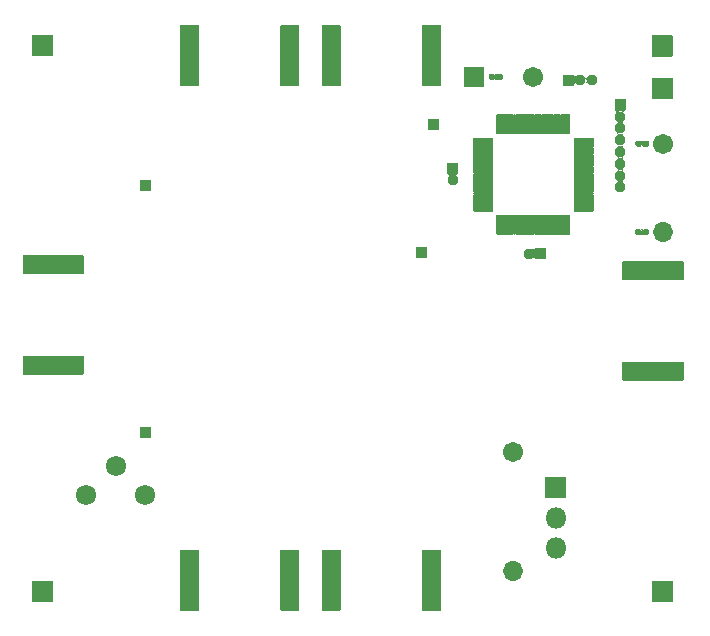
<source format=gbr>
G04 #@! TF.GenerationSoftware,KiCad,Pcbnew,(5.1.8)-1*
G04 #@! TF.CreationDate,2020-12-15T23:42:14+02:00*
G04 #@! TF.ProjectId,qam - demodulator,71616d20-2d20-4646-956d-6f64756c6174,rev?*
G04 #@! TF.SameCoordinates,Original*
G04 #@! TF.FileFunction,Soldermask,Bot*
G04 #@! TF.FilePolarity,Negative*
%FSLAX46Y46*%
G04 Gerber Fmt 4.6, Leading zero omitted, Abs format (unit mm)*
G04 Created by KiCad (PCBNEW (5.1.8)-1) date 2020-12-15 23:42:14*
%MOMM*%
%LPD*%
G01*
G04 APERTURE LIST*
%ADD10C,1.702000*%
%ADD11O,1.702000X1.702000*%
%ADD12C,1.722000*%
%ADD13O,0.952000X0.952000*%
%ADD14O,1.802000X1.802000*%
%ADD15C,0.100000*%
G04 APERTURE END LIST*
G36*
G01*
X179524000Y-115106000D02*
X179524000Y-114256000D01*
G75*
G02*
X179575000Y-114205000I51000J0D01*
G01*
X180425000Y-114205000D01*
G75*
G02*
X180476000Y-114256000I0J-51000D01*
G01*
X180476000Y-115106000D01*
G75*
G02*
X180425000Y-115157000I-51000J0D01*
G01*
X179575000Y-115157000D01*
G75*
G02*
X179524000Y-115106000I0J51000D01*
G01*
G37*
G36*
G01*
X203934000Y-89025000D02*
X203934000Y-88175000D01*
G75*
G02*
X203985000Y-88124000I51000J0D01*
G01*
X204835000Y-88124000D01*
G75*
G02*
X204886000Y-88175000I0J-51000D01*
G01*
X204886000Y-89025000D01*
G75*
G02*
X204835000Y-89076000I-51000J0D01*
G01*
X203985000Y-89076000D01*
G75*
G02*
X203934000Y-89025000I0J51000D01*
G01*
G37*
G36*
G01*
X170422000Y-128993000D02*
X170422000Y-127293000D01*
G75*
G02*
X170473000Y-127242000I51000J0D01*
G01*
X172173000Y-127242000D01*
G75*
G02*
X172224000Y-127293000I0J-51000D01*
G01*
X172224000Y-128993000D01*
G75*
G02*
X172173000Y-129044000I-51000J0D01*
G01*
X170473000Y-129044000D01*
G75*
G02*
X170422000Y-128993000I0J51000D01*
G01*
G37*
G36*
G01*
X170422000Y-82765000D02*
X170422000Y-81065000D01*
G75*
G02*
X170473000Y-81014000I51000J0D01*
G01*
X172173000Y-81014000D01*
G75*
G02*
X172224000Y-81065000I0J-51000D01*
G01*
X172224000Y-82765000D01*
G75*
G02*
X172173000Y-82816000I-51000J0D01*
G01*
X170473000Y-82816000D01*
G75*
G02*
X170422000Y-82765000I0J51000D01*
G01*
G37*
G36*
G01*
X222873000Y-128993000D02*
X222873000Y-127293000D01*
G75*
G02*
X222924000Y-127242000I51000J0D01*
G01*
X224624000Y-127242000D01*
G75*
G02*
X224675000Y-127293000I0J-51000D01*
G01*
X224675000Y-128993000D01*
G75*
G02*
X224624000Y-129044000I-51000J0D01*
G01*
X222924000Y-129044000D01*
G75*
G02*
X222873000Y-128993000I0J51000D01*
G01*
G37*
G36*
G01*
X207009000Y-85390000D02*
X207009000Y-83790000D01*
G75*
G02*
X207060000Y-83739000I51000J0D01*
G01*
X208660000Y-83739000D01*
G75*
G02*
X208711000Y-83790000I0J-51000D01*
G01*
X208711000Y-85390000D01*
G75*
G02*
X208660000Y-85441000I-51000J0D01*
G01*
X207060000Y-85441000D01*
G75*
G02*
X207009000Y-85390000I0J51000D01*
G01*
G37*
D10*
X212860000Y-84590000D03*
X211110000Y-116380000D03*
D11*
X211110000Y-126380000D03*
G36*
G01*
X225540000Y-110301000D02*
X220460000Y-110301000D01*
G75*
G02*
X220409000Y-110250000I0J51000D01*
G01*
X220409000Y-108750000D01*
G75*
G02*
X220460000Y-108699000I51000J0D01*
G01*
X225540000Y-108699000D01*
G75*
G02*
X225591000Y-108750000I0J-51000D01*
G01*
X225591000Y-110250000D01*
G75*
G02*
X225540000Y-110301000I-51000J0D01*
G01*
G37*
G36*
G01*
X225540000Y-101801000D02*
X220460000Y-101801000D01*
G75*
G02*
X220409000Y-101750000I0J51000D01*
G01*
X220409000Y-100250000D01*
G75*
G02*
X220460000Y-100199000I51000J0D01*
G01*
X225540000Y-100199000D01*
G75*
G02*
X225591000Y-100250000I0J-51000D01*
G01*
X225591000Y-101750000D01*
G75*
G02*
X225540000Y-101801000I-51000J0D01*
G01*
G37*
G36*
G01*
X222873000Y-82820000D02*
X222873000Y-81120000D01*
G75*
G02*
X222924000Y-81069000I51000J0D01*
G01*
X224624000Y-81069000D01*
G75*
G02*
X224675000Y-81120000I0J-51000D01*
G01*
X224675000Y-82820000D01*
G75*
G02*
X224624000Y-82871000I-51000J0D01*
G01*
X222924000Y-82871000D01*
G75*
G02*
X222873000Y-82820000I0J51000D01*
G01*
G37*
G36*
G01*
X222873000Y-86448000D02*
X222873000Y-84748000D01*
G75*
G02*
X222924000Y-84697000I51000J0D01*
G01*
X224624000Y-84697000D01*
G75*
G02*
X224675000Y-84748000I0J-51000D01*
G01*
X224675000Y-86448000D01*
G75*
G02*
X224624000Y-86499000I-51000J0D01*
G01*
X222924000Y-86499000D01*
G75*
G02*
X222873000Y-86448000I0J51000D01*
G01*
G37*
D12*
X180000000Y-120000000D03*
X177500000Y-117500000D03*
X175000000Y-120000000D03*
G36*
G01*
X217971000Y-89785000D02*
X217971000Y-90335000D01*
G75*
G02*
X217920000Y-90386000I-51000J0D01*
G01*
X216320000Y-90386000D01*
G75*
G02*
X216269000Y-90335000I0J51000D01*
G01*
X216269000Y-89785000D01*
G75*
G02*
X216320000Y-89734000I51000J0D01*
G01*
X217920000Y-89734000D01*
G75*
G02*
X217971000Y-89785000I0J-51000D01*
G01*
G37*
G36*
G01*
X217971000Y-90585000D02*
X217971000Y-91135000D01*
G75*
G02*
X217920000Y-91186000I-51000J0D01*
G01*
X216320000Y-91186000D01*
G75*
G02*
X216269000Y-91135000I0J51000D01*
G01*
X216269000Y-90585000D01*
G75*
G02*
X216320000Y-90534000I51000J0D01*
G01*
X217920000Y-90534000D01*
G75*
G02*
X217971000Y-90585000I0J-51000D01*
G01*
G37*
G36*
G01*
X217971000Y-91385000D02*
X217971000Y-91935000D01*
G75*
G02*
X217920000Y-91986000I-51000J0D01*
G01*
X216320000Y-91986000D01*
G75*
G02*
X216269000Y-91935000I0J51000D01*
G01*
X216269000Y-91385000D01*
G75*
G02*
X216320000Y-91334000I51000J0D01*
G01*
X217920000Y-91334000D01*
G75*
G02*
X217971000Y-91385000I0J-51000D01*
G01*
G37*
G36*
G01*
X217971000Y-92185000D02*
X217971000Y-92735000D01*
G75*
G02*
X217920000Y-92786000I-51000J0D01*
G01*
X216320000Y-92786000D01*
G75*
G02*
X216269000Y-92735000I0J51000D01*
G01*
X216269000Y-92185000D01*
G75*
G02*
X216320000Y-92134000I51000J0D01*
G01*
X217920000Y-92134000D01*
G75*
G02*
X217971000Y-92185000I0J-51000D01*
G01*
G37*
G36*
G01*
X217971000Y-92985000D02*
X217971000Y-93535000D01*
G75*
G02*
X217920000Y-93586000I-51000J0D01*
G01*
X216320000Y-93586000D01*
G75*
G02*
X216269000Y-93535000I0J51000D01*
G01*
X216269000Y-92985000D01*
G75*
G02*
X216320000Y-92934000I51000J0D01*
G01*
X217920000Y-92934000D01*
G75*
G02*
X217971000Y-92985000I0J-51000D01*
G01*
G37*
G36*
G01*
X217971000Y-93785000D02*
X217971000Y-94335000D01*
G75*
G02*
X217920000Y-94386000I-51000J0D01*
G01*
X216320000Y-94386000D01*
G75*
G02*
X216269000Y-94335000I0J51000D01*
G01*
X216269000Y-93785000D01*
G75*
G02*
X216320000Y-93734000I51000J0D01*
G01*
X217920000Y-93734000D01*
G75*
G02*
X217971000Y-93785000I0J-51000D01*
G01*
G37*
G36*
G01*
X217971000Y-94585000D02*
X217971000Y-95135000D01*
G75*
G02*
X217920000Y-95186000I-51000J0D01*
G01*
X216320000Y-95186000D01*
G75*
G02*
X216269000Y-95135000I0J51000D01*
G01*
X216269000Y-94585000D01*
G75*
G02*
X216320000Y-94534000I51000J0D01*
G01*
X217920000Y-94534000D01*
G75*
G02*
X217971000Y-94585000I0J-51000D01*
G01*
G37*
G36*
G01*
X217971000Y-95385000D02*
X217971000Y-95935000D01*
G75*
G02*
X217920000Y-95986000I-51000J0D01*
G01*
X216320000Y-95986000D01*
G75*
G02*
X216269000Y-95935000I0J51000D01*
G01*
X216269000Y-95385000D01*
G75*
G02*
X216320000Y-95334000I51000J0D01*
G01*
X217920000Y-95334000D01*
G75*
G02*
X217971000Y-95385000I0J-51000D01*
G01*
G37*
G36*
G01*
X215945000Y-97961000D02*
X215395000Y-97961000D01*
G75*
G02*
X215344000Y-97910000I0J51000D01*
G01*
X215344000Y-96310000D01*
G75*
G02*
X215395000Y-96259000I51000J0D01*
G01*
X215945000Y-96259000D01*
G75*
G02*
X215996000Y-96310000I0J-51000D01*
G01*
X215996000Y-97910000D01*
G75*
G02*
X215945000Y-97961000I-51000J0D01*
G01*
G37*
G36*
G01*
X215145000Y-97961000D02*
X214595000Y-97961000D01*
G75*
G02*
X214544000Y-97910000I0J51000D01*
G01*
X214544000Y-96310000D01*
G75*
G02*
X214595000Y-96259000I51000J0D01*
G01*
X215145000Y-96259000D01*
G75*
G02*
X215196000Y-96310000I0J-51000D01*
G01*
X215196000Y-97910000D01*
G75*
G02*
X215145000Y-97961000I-51000J0D01*
G01*
G37*
G36*
G01*
X214345000Y-97961000D02*
X213795000Y-97961000D01*
G75*
G02*
X213744000Y-97910000I0J51000D01*
G01*
X213744000Y-96310000D01*
G75*
G02*
X213795000Y-96259000I51000J0D01*
G01*
X214345000Y-96259000D01*
G75*
G02*
X214396000Y-96310000I0J-51000D01*
G01*
X214396000Y-97910000D01*
G75*
G02*
X214345000Y-97961000I-51000J0D01*
G01*
G37*
G36*
G01*
X213545000Y-97961000D02*
X212995000Y-97961000D01*
G75*
G02*
X212944000Y-97910000I0J51000D01*
G01*
X212944000Y-96310000D01*
G75*
G02*
X212995000Y-96259000I51000J0D01*
G01*
X213545000Y-96259000D01*
G75*
G02*
X213596000Y-96310000I0J-51000D01*
G01*
X213596000Y-97910000D01*
G75*
G02*
X213545000Y-97961000I-51000J0D01*
G01*
G37*
G36*
G01*
X212745000Y-97961000D02*
X212195000Y-97961000D01*
G75*
G02*
X212144000Y-97910000I0J51000D01*
G01*
X212144000Y-96310000D01*
G75*
G02*
X212195000Y-96259000I51000J0D01*
G01*
X212745000Y-96259000D01*
G75*
G02*
X212796000Y-96310000I0J-51000D01*
G01*
X212796000Y-97910000D01*
G75*
G02*
X212745000Y-97961000I-51000J0D01*
G01*
G37*
G36*
G01*
X211945000Y-97961000D02*
X211395000Y-97961000D01*
G75*
G02*
X211344000Y-97910000I0J51000D01*
G01*
X211344000Y-96310000D01*
G75*
G02*
X211395000Y-96259000I51000J0D01*
G01*
X211945000Y-96259000D01*
G75*
G02*
X211996000Y-96310000I0J-51000D01*
G01*
X211996000Y-97910000D01*
G75*
G02*
X211945000Y-97961000I-51000J0D01*
G01*
G37*
G36*
G01*
X211145000Y-97961000D02*
X210595000Y-97961000D01*
G75*
G02*
X210544000Y-97910000I0J51000D01*
G01*
X210544000Y-96310000D01*
G75*
G02*
X210595000Y-96259000I51000J0D01*
G01*
X211145000Y-96259000D01*
G75*
G02*
X211196000Y-96310000I0J-51000D01*
G01*
X211196000Y-97910000D01*
G75*
G02*
X211145000Y-97961000I-51000J0D01*
G01*
G37*
G36*
G01*
X210345000Y-97961000D02*
X209795000Y-97961000D01*
G75*
G02*
X209744000Y-97910000I0J51000D01*
G01*
X209744000Y-96310000D01*
G75*
G02*
X209795000Y-96259000I51000J0D01*
G01*
X210345000Y-96259000D01*
G75*
G02*
X210396000Y-96310000I0J-51000D01*
G01*
X210396000Y-97910000D01*
G75*
G02*
X210345000Y-97961000I-51000J0D01*
G01*
G37*
G36*
G01*
X209471000Y-95385000D02*
X209471000Y-95935000D01*
G75*
G02*
X209420000Y-95986000I-51000J0D01*
G01*
X207820000Y-95986000D01*
G75*
G02*
X207769000Y-95935000I0J51000D01*
G01*
X207769000Y-95385000D01*
G75*
G02*
X207820000Y-95334000I51000J0D01*
G01*
X209420000Y-95334000D01*
G75*
G02*
X209471000Y-95385000I0J-51000D01*
G01*
G37*
G36*
G01*
X209471000Y-94585000D02*
X209471000Y-95135000D01*
G75*
G02*
X209420000Y-95186000I-51000J0D01*
G01*
X207820000Y-95186000D01*
G75*
G02*
X207769000Y-95135000I0J51000D01*
G01*
X207769000Y-94585000D01*
G75*
G02*
X207820000Y-94534000I51000J0D01*
G01*
X209420000Y-94534000D01*
G75*
G02*
X209471000Y-94585000I0J-51000D01*
G01*
G37*
G36*
G01*
X209471000Y-93785000D02*
X209471000Y-94335000D01*
G75*
G02*
X209420000Y-94386000I-51000J0D01*
G01*
X207820000Y-94386000D01*
G75*
G02*
X207769000Y-94335000I0J51000D01*
G01*
X207769000Y-93785000D01*
G75*
G02*
X207820000Y-93734000I51000J0D01*
G01*
X209420000Y-93734000D01*
G75*
G02*
X209471000Y-93785000I0J-51000D01*
G01*
G37*
G36*
G01*
X209471000Y-92985000D02*
X209471000Y-93535000D01*
G75*
G02*
X209420000Y-93586000I-51000J0D01*
G01*
X207820000Y-93586000D01*
G75*
G02*
X207769000Y-93535000I0J51000D01*
G01*
X207769000Y-92985000D01*
G75*
G02*
X207820000Y-92934000I51000J0D01*
G01*
X209420000Y-92934000D01*
G75*
G02*
X209471000Y-92985000I0J-51000D01*
G01*
G37*
G36*
G01*
X209471000Y-92185000D02*
X209471000Y-92735000D01*
G75*
G02*
X209420000Y-92786000I-51000J0D01*
G01*
X207820000Y-92786000D01*
G75*
G02*
X207769000Y-92735000I0J51000D01*
G01*
X207769000Y-92185000D01*
G75*
G02*
X207820000Y-92134000I51000J0D01*
G01*
X209420000Y-92134000D01*
G75*
G02*
X209471000Y-92185000I0J-51000D01*
G01*
G37*
G36*
G01*
X209471000Y-91385000D02*
X209471000Y-91935000D01*
G75*
G02*
X209420000Y-91986000I-51000J0D01*
G01*
X207820000Y-91986000D01*
G75*
G02*
X207769000Y-91935000I0J51000D01*
G01*
X207769000Y-91385000D01*
G75*
G02*
X207820000Y-91334000I51000J0D01*
G01*
X209420000Y-91334000D01*
G75*
G02*
X209471000Y-91385000I0J-51000D01*
G01*
G37*
G36*
G01*
X209471000Y-90585000D02*
X209471000Y-91135000D01*
G75*
G02*
X209420000Y-91186000I-51000J0D01*
G01*
X207820000Y-91186000D01*
G75*
G02*
X207769000Y-91135000I0J51000D01*
G01*
X207769000Y-90585000D01*
G75*
G02*
X207820000Y-90534000I51000J0D01*
G01*
X209420000Y-90534000D01*
G75*
G02*
X209471000Y-90585000I0J-51000D01*
G01*
G37*
G36*
G01*
X209471000Y-89785000D02*
X209471000Y-90335000D01*
G75*
G02*
X209420000Y-90386000I-51000J0D01*
G01*
X207820000Y-90386000D01*
G75*
G02*
X207769000Y-90335000I0J51000D01*
G01*
X207769000Y-89785000D01*
G75*
G02*
X207820000Y-89734000I51000J0D01*
G01*
X209420000Y-89734000D01*
G75*
G02*
X209471000Y-89785000I0J-51000D01*
G01*
G37*
G36*
G01*
X210345000Y-89461000D02*
X209795000Y-89461000D01*
G75*
G02*
X209744000Y-89410000I0J51000D01*
G01*
X209744000Y-87810000D01*
G75*
G02*
X209795000Y-87759000I51000J0D01*
G01*
X210345000Y-87759000D01*
G75*
G02*
X210396000Y-87810000I0J-51000D01*
G01*
X210396000Y-89410000D01*
G75*
G02*
X210345000Y-89461000I-51000J0D01*
G01*
G37*
G36*
G01*
X211145000Y-89461000D02*
X210595000Y-89461000D01*
G75*
G02*
X210544000Y-89410000I0J51000D01*
G01*
X210544000Y-87810000D01*
G75*
G02*
X210595000Y-87759000I51000J0D01*
G01*
X211145000Y-87759000D01*
G75*
G02*
X211196000Y-87810000I0J-51000D01*
G01*
X211196000Y-89410000D01*
G75*
G02*
X211145000Y-89461000I-51000J0D01*
G01*
G37*
G36*
G01*
X211945000Y-89461000D02*
X211395000Y-89461000D01*
G75*
G02*
X211344000Y-89410000I0J51000D01*
G01*
X211344000Y-87810000D01*
G75*
G02*
X211395000Y-87759000I51000J0D01*
G01*
X211945000Y-87759000D01*
G75*
G02*
X211996000Y-87810000I0J-51000D01*
G01*
X211996000Y-89410000D01*
G75*
G02*
X211945000Y-89461000I-51000J0D01*
G01*
G37*
G36*
G01*
X212745000Y-89461000D02*
X212195000Y-89461000D01*
G75*
G02*
X212144000Y-89410000I0J51000D01*
G01*
X212144000Y-87810000D01*
G75*
G02*
X212195000Y-87759000I51000J0D01*
G01*
X212745000Y-87759000D01*
G75*
G02*
X212796000Y-87810000I0J-51000D01*
G01*
X212796000Y-89410000D01*
G75*
G02*
X212745000Y-89461000I-51000J0D01*
G01*
G37*
G36*
G01*
X213545000Y-89461000D02*
X212995000Y-89461000D01*
G75*
G02*
X212944000Y-89410000I0J51000D01*
G01*
X212944000Y-87810000D01*
G75*
G02*
X212995000Y-87759000I51000J0D01*
G01*
X213545000Y-87759000D01*
G75*
G02*
X213596000Y-87810000I0J-51000D01*
G01*
X213596000Y-89410000D01*
G75*
G02*
X213545000Y-89461000I-51000J0D01*
G01*
G37*
G36*
G01*
X214345000Y-89461000D02*
X213795000Y-89461000D01*
G75*
G02*
X213744000Y-89410000I0J51000D01*
G01*
X213744000Y-87810000D01*
G75*
G02*
X213795000Y-87759000I51000J0D01*
G01*
X214345000Y-87759000D01*
G75*
G02*
X214396000Y-87810000I0J-51000D01*
G01*
X214396000Y-89410000D01*
G75*
G02*
X214345000Y-89461000I-51000J0D01*
G01*
G37*
G36*
G01*
X215145000Y-89461000D02*
X214595000Y-89461000D01*
G75*
G02*
X214544000Y-89410000I0J51000D01*
G01*
X214544000Y-87810000D01*
G75*
G02*
X214595000Y-87759000I51000J0D01*
G01*
X215145000Y-87759000D01*
G75*
G02*
X215196000Y-87810000I0J-51000D01*
G01*
X215196000Y-89410000D01*
G75*
G02*
X215145000Y-89461000I-51000J0D01*
G01*
G37*
G36*
G01*
X215945000Y-89461000D02*
X215395000Y-89461000D01*
G75*
G02*
X215344000Y-89410000I0J51000D01*
G01*
X215344000Y-87810000D01*
G75*
G02*
X215395000Y-87759000I51000J0D01*
G01*
X215945000Y-87759000D01*
G75*
G02*
X215996000Y-87810000I0J-51000D01*
G01*
X215996000Y-89410000D01*
G75*
G02*
X215945000Y-89461000I-51000J0D01*
G01*
G37*
D10*
X223860000Y-90230000D03*
D11*
X223860000Y-97730000D03*
G36*
G01*
X193051000Y-80260000D02*
X193051000Y-85340000D01*
G75*
G02*
X193000000Y-85391000I-51000J0D01*
G01*
X191500000Y-85391000D01*
G75*
G02*
X191449000Y-85340000I0J51000D01*
G01*
X191449000Y-80260000D01*
G75*
G02*
X191500000Y-80209000I51000J0D01*
G01*
X193000000Y-80209000D01*
G75*
G02*
X193051000Y-80260000I0J-51000D01*
G01*
G37*
G36*
G01*
X184551000Y-80260000D02*
X184551000Y-85340000D01*
G75*
G02*
X184500000Y-85391000I-51000J0D01*
G01*
X183000000Y-85391000D01*
G75*
G02*
X182949000Y-85340000I0J51000D01*
G01*
X182949000Y-80260000D01*
G75*
G02*
X183000000Y-80209000I51000J0D01*
G01*
X184500000Y-80209000D01*
G75*
G02*
X184551000Y-80260000I0J-51000D01*
G01*
G37*
G36*
G01*
X191449000Y-129740000D02*
X191449000Y-124660000D01*
G75*
G02*
X191500000Y-124609000I51000J0D01*
G01*
X193000000Y-124609000D01*
G75*
G02*
X193051000Y-124660000I0J-51000D01*
G01*
X193051000Y-129740000D01*
G75*
G02*
X193000000Y-129791000I-51000J0D01*
G01*
X191500000Y-129791000D01*
G75*
G02*
X191449000Y-129740000I0J51000D01*
G01*
G37*
G36*
G01*
X182949000Y-129740000D02*
X182949000Y-124660000D01*
G75*
G02*
X183000000Y-124609000I51000J0D01*
G01*
X184500000Y-124609000D01*
G75*
G02*
X184551000Y-124660000I0J-51000D01*
G01*
X184551000Y-129740000D01*
G75*
G02*
X184500000Y-129791000I-51000J0D01*
G01*
X183000000Y-129791000D01*
G75*
G02*
X182949000Y-129740000I0J51000D01*
G01*
G37*
G36*
G01*
X205051000Y-80260000D02*
X205051000Y-85340000D01*
G75*
G02*
X205000000Y-85391000I-51000J0D01*
G01*
X203500000Y-85391000D01*
G75*
G02*
X203449000Y-85340000I0J51000D01*
G01*
X203449000Y-80260000D01*
G75*
G02*
X203500000Y-80209000I51000J0D01*
G01*
X205000000Y-80209000D01*
G75*
G02*
X205051000Y-80260000I0J-51000D01*
G01*
G37*
G36*
G01*
X196551000Y-80260000D02*
X196551000Y-85340000D01*
G75*
G02*
X196500000Y-85391000I-51000J0D01*
G01*
X195000000Y-85391000D01*
G75*
G02*
X194949000Y-85340000I0J51000D01*
G01*
X194949000Y-80260000D01*
G75*
G02*
X195000000Y-80209000I51000J0D01*
G01*
X196500000Y-80209000D01*
G75*
G02*
X196551000Y-80260000I0J-51000D01*
G01*
G37*
G36*
G01*
X203449000Y-129740000D02*
X203449000Y-124660000D01*
G75*
G02*
X203500000Y-124609000I51000J0D01*
G01*
X205000000Y-124609000D01*
G75*
G02*
X205051000Y-124660000I0J-51000D01*
G01*
X205051000Y-129740000D01*
G75*
G02*
X205000000Y-129791000I-51000J0D01*
G01*
X203500000Y-129791000D01*
G75*
G02*
X203449000Y-129740000I0J51000D01*
G01*
G37*
G36*
G01*
X194949000Y-129740000D02*
X194949000Y-124660000D01*
G75*
G02*
X195000000Y-124609000I51000J0D01*
G01*
X196500000Y-124609000D01*
G75*
G02*
X196551000Y-124660000I0J-51000D01*
G01*
X196551000Y-129740000D01*
G75*
G02*
X196500000Y-129791000I-51000J0D01*
G01*
X195000000Y-129791000D01*
G75*
G02*
X194949000Y-129740000I0J51000D01*
G01*
G37*
G36*
G01*
X216255000Y-85346000D02*
X215405000Y-85346000D01*
G75*
G02*
X215354000Y-85295000I0J51000D01*
G01*
X215354000Y-84445000D01*
G75*
G02*
X215405000Y-84394000I51000J0D01*
G01*
X216255000Y-84394000D01*
G75*
G02*
X216306000Y-84445000I0J-51000D01*
G01*
X216306000Y-85295000D01*
G75*
G02*
X216255000Y-85346000I-51000J0D01*
G01*
G37*
D13*
X216830000Y-84870000D03*
X217830000Y-84870000D03*
G36*
G01*
X213045000Y-99064000D02*
X213895000Y-99064000D01*
G75*
G02*
X213946000Y-99115000I0J-51000D01*
G01*
X213946000Y-99965000D01*
G75*
G02*
X213895000Y-100016000I-51000J0D01*
G01*
X213045000Y-100016000D01*
G75*
G02*
X212994000Y-99965000I0J51000D01*
G01*
X212994000Y-99115000D01*
G75*
G02*
X213045000Y-99064000I51000J0D01*
G01*
G37*
X212470000Y-99540000D03*
G36*
G01*
X205554000Y-92755000D02*
X205554000Y-91905000D01*
G75*
G02*
X205605000Y-91854000I51000J0D01*
G01*
X206455000Y-91854000D01*
G75*
G02*
X206506000Y-91905000I0J-51000D01*
G01*
X206506000Y-92755000D01*
G75*
G02*
X206455000Y-92806000I-51000J0D01*
G01*
X205605000Y-92806000D01*
G75*
G02*
X205554000Y-92755000I0J51000D01*
G01*
G37*
X206030000Y-93330000D03*
G36*
G01*
X209079000Y-84705500D02*
X209079000Y-84454500D01*
G75*
G02*
X209204500Y-84329000I125500J0D01*
G01*
X209515500Y-84329000D01*
G75*
G02*
X209641000Y-84454500I0J-125500D01*
G01*
X209641000Y-84705500D01*
G75*
G02*
X209515500Y-84831000I-125500J0D01*
G01*
X209204500Y-84831000D01*
G75*
G02*
X209079000Y-84705500I0J125500D01*
G01*
G37*
G36*
G01*
X209719000Y-84705500D02*
X209719000Y-84454500D01*
G75*
G02*
X209844500Y-84329000I125500J0D01*
G01*
X210155500Y-84329000D01*
G75*
G02*
X210281000Y-84454500I0J-125500D01*
G01*
X210281000Y-84705500D01*
G75*
G02*
X210155500Y-84831000I-125500J0D01*
G01*
X209844500Y-84831000D01*
G75*
G02*
X209719000Y-84705500I0J125500D01*
G01*
G37*
G36*
G01*
X222041000Y-90104500D02*
X222041000Y-90355500D01*
G75*
G02*
X221915500Y-90481000I-125500J0D01*
G01*
X221604500Y-90481000D01*
G75*
G02*
X221479000Y-90355500I0J125500D01*
G01*
X221479000Y-90104500D01*
G75*
G02*
X221604500Y-89979000I125500J0D01*
G01*
X221915500Y-89979000D01*
G75*
G02*
X222041000Y-90104500I0J-125500D01*
G01*
G37*
G36*
G01*
X222681000Y-90104500D02*
X222681000Y-90355500D01*
G75*
G02*
X222555500Y-90481000I-125500J0D01*
G01*
X222244500Y-90481000D01*
G75*
G02*
X222119000Y-90355500I0J125500D01*
G01*
X222119000Y-90104500D01*
G75*
G02*
X222244500Y-89979000I125500J0D01*
G01*
X222555500Y-89979000D01*
G75*
G02*
X222681000Y-90104500I0J-125500D01*
G01*
G37*
G36*
G01*
X169670000Y-99699000D02*
X174750000Y-99699000D01*
G75*
G02*
X174801000Y-99750000I0J-51000D01*
G01*
X174801000Y-101250000D01*
G75*
G02*
X174750000Y-101301000I-51000J0D01*
G01*
X169670000Y-101301000D01*
G75*
G02*
X169619000Y-101250000I0J51000D01*
G01*
X169619000Y-99750000D01*
G75*
G02*
X169670000Y-99699000I51000J0D01*
G01*
G37*
G36*
G01*
X169670000Y-108199000D02*
X174750000Y-108199000D01*
G75*
G02*
X174801000Y-108250000I0J-51000D01*
G01*
X174801000Y-109750000D01*
G75*
G02*
X174750000Y-109801000I-51000J0D01*
G01*
X169670000Y-109801000D01*
G75*
G02*
X169619000Y-109750000I0J51000D01*
G01*
X169619000Y-108250000D01*
G75*
G02*
X169670000Y-108199000I51000J0D01*
G01*
G37*
G36*
G01*
X213856000Y-120230000D02*
X213856000Y-118530000D01*
G75*
G02*
X213907000Y-118479000I51000J0D01*
G01*
X215607000Y-118479000D01*
G75*
G02*
X215658000Y-118530000I0J-51000D01*
G01*
X215658000Y-120230000D01*
G75*
G02*
X215607000Y-120281000I-51000J0D01*
G01*
X213907000Y-120281000D01*
G75*
G02*
X213856000Y-120230000I0J51000D01*
G01*
G37*
D14*
X214757000Y-121920000D03*
X214757000Y-124460000D03*
G36*
G01*
X222671000Y-97604500D02*
X222671000Y-97855500D01*
G75*
G02*
X222545500Y-97981000I-125500J0D01*
G01*
X222234500Y-97981000D01*
G75*
G02*
X222109000Y-97855500I0J125500D01*
G01*
X222109000Y-97604500D01*
G75*
G02*
X222234500Y-97479000I125500J0D01*
G01*
X222545500Y-97479000D01*
G75*
G02*
X222671000Y-97604500I0J-125500D01*
G01*
G37*
G36*
G01*
X222031000Y-97604500D02*
X222031000Y-97855500D01*
G75*
G02*
X221905500Y-97981000I-125500J0D01*
G01*
X221594500Y-97981000D01*
G75*
G02*
X221469000Y-97855500I0J125500D01*
G01*
X221469000Y-97604500D01*
G75*
G02*
X221594500Y-97479000I125500J0D01*
G01*
X221905500Y-97479000D01*
G75*
G02*
X222031000Y-97604500I0J-125500D01*
G01*
G37*
G36*
G01*
X219754000Y-87375000D02*
X219754000Y-86525000D01*
G75*
G02*
X219805000Y-86474000I51000J0D01*
G01*
X220655000Y-86474000D01*
G75*
G02*
X220706000Y-86525000I0J-51000D01*
G01*
X220706000Y-87375000D01*
G75*
G02*
X220655000Y-87426000I-51000J0D01*
G01*
X219805000Y-87426000D01*
G75*
G02*
X219754000Y-87375000I0J51000D01*
G01*
G37*
D13*
X220230000Y-87950000D03*
X220230000Y-88950000D03*
X220230000Y-89950000D03*
X220230000Y-90950000D03*
X220230000Y-91950000D03*
X220230000Y-92950000D03*
X220230000Y-93950000D03*
G36*
G01*
X179524000Y-94214500D02*
X179524000Y-93364500D01*
G75*
G02*
X179575000Y-93313500I51000J0D01*
G01*
X180425000Y-93313500D01*
G75*
G02*
X180476000Y-93364500I0J-51000D01*
G01*
X180476000Y-94214500D01*
G75*
G02*
X180425000Y-94265500I-51000J0D01*
G01*
X179575000Y-94265500D01*
G75*
G02*
X179524000Y-94214500I0J51000D01*
G01*
G37*
G36*
G01*
X202904000Y-99885000D02*
X202904000Y-99035000D01*
G75*
G02*
X202955000Y-98984000I51000J0D01*
G01*
X203805000Y-98984000D01*
G75*
G02*
X203856000Y-99035000I0J-51000D01*
G01*
X203856000Y-99885000D01*
G75*
G02*
X203805000Y-99936000I-51000J0D01*
G01*
X202955000Y-99936000D01*
G75*
G02*
X202904000Y-99885000I0J51000D01*
G01*
G37*
D15*
G36*
X212995165Y-99091526D02*
G01*
X212996000Y-99093152D01*
X212996000Y-99986848D01*
X212995000Y-99988580D01*
X212993000Y-99988580D01*
X212992010Y-99987044D01*
X212989628Y-99962857D01*
X212982628Y-99939782D01*
X212971263Y-99918518D01*
X212955968Y-99899881D01*
X212937331Y-99884586D01*
X212916067Y-99873221D01*
X212892992Y-99866221D01*
X212869001Y-99863858D01*
X212845010Y-99866221D01*
X212821935Y-99873221D01*
X212800671Y-99884586D01*
X212786627Y-99896112D01*
X212784653Y-99896438D01*
X212783385Y-99894892D01*
X212783944Y-99893152D01*
X212836399Y-99840697D01*
X212888022Y-99763438D01*
X212923580Y-99677594D01*
X212941708Y-99586457D01*
X212941708Y-99493543D01*
X212923580Y-99402406D01*
X212888022Y-99316562D01*
X212836399Y-99239303D01*
X212783944Y-99186848D01*
X212783426Y-99184916D01*
X212784840Y-99183502D01*
X212786627Y-99183888D01*
X212800671Y-99195414D01*
X212821935Y-99206779D01*
X212845010Y-99213779D01*
X212869001Y-99216142D01*
X212892992Y-99213779D01*
X212916067Y-99206779D01*
X212937331Y-99195414D01*
X212955968Y-99180119D01*
X212971263Y-99161482D01*
X212982628Y-99140218D01*
X212989628Y-99117143D01*
X212992010Y-99092956D01*
X212993175Y-99091330D01*
X212995165Y-99091526D01*
G37*
G36*
X221962058Y-97477010D02*
G01*
X221980366Y-97478813D01*
X221980751Y-97478889D01*
X221992458Y-97482441D01*
X221992820Y-97482591D01*
X222011935Y-97492807D01*
X222034298Y-97502070D01*
X222057948Y-97506774D01*
X222082054Y-97506774D01*
X222105704Y-97502069D01*
X222128065Y-97492807D01*
X222147180Y-97482591D01*
X222147542Y-97482441D01*
X222159249Y-97478889D01*
X222159634Y-97478813D01*
X222177942Y-97477010D01*
X222178138Y-97477000D01*
X222234500Y-97477000D01*
X222236232Y-97478000D01*
X222236232Y-97480000D01*
X222234696Y-97480990D01*
X222210411Y-97483381D01*
X222187242Y-97490410D01*
X222165892Y-97501822D01*
X222147179Y-97517179D01*
X222131822Y-97535892D01*
X222120410Y-97557242D01*
X222113381Y-97580411D01*
X222111000Y-97604594D01*
X222111000Y-97855406D01*
X222113381Y-97879589D01*
X222120410Y-97902758D01*
X222131822Y-97924108D01*
X222147179Y-97942821D01*
X222165892Y-97958178D01*
X222187242Y-97969590D01*
X222210411Y-97976619D01*
X222234696Y-97979010D01*
X222236322Y-97980175D01*
X222236126Y-97982165D01*
X222234500Y-97983000D01*
X222178138Y-97983000D01*
X222177942Y-97982990D01*
X222159634Y-97981187D01*
X222159249Y-97981111D01*
X222147542Y-97977559D01*
X222147180Y-97977409D01*
X222128065Y-97967193D01*
X222105702Y-97957930D01*
X222082052Y-97953226D01*
X222057946Y-97953226D01*
X222034296Y-97957931D01*
X222011935Y-97967193D01*
X221992820Y-97977409D01*
X221992458Y-97977559D01*
X221980751Y-97981111D01*
X221980366Y-97981187D01*
X221962058Y-97982990D01*
X221961862Y-97983000D01*
X221905500Y-97983000D01*
X221903768Y-97982000D01*
X221903768Y-97980000D01*
X221905304Y-97979010D01*
X221929589Y-97976619D01*
X221952758Y-97969590D01*
X221974108Y-97958178D01*
X221992821Y-97942821D01*
X222008178Y-97924108D01*
X222019590Y-97902758D01*
X222026619Y-97879589D01*
X222029000Y-97855406D01*
X222029000Y-97604594D01*
X222026619Y-97580411D01*
X222019590Y-97557242D01*
X222008178Y-97535892D01*
X221992821Y-97517179D01*
X221974108Y-97501822D01*
X221952758Y-97490410D01*
X221929589Y-97483381D01*
X221905304Y-97480990D01*
X221903678Y-97479825D01*
X221903874Y-97477835D01*
X221905500Y-97477000D01*
X221961862Y-97477000D01*
X221962058Y-97477010D01*
G37*
G36*
X215345732Y-96258000D02*
G01*
X215346000Y-96259000D01*
X215346000Y-97961000D01*
X215345000Y-97962732D01*
X215344000Y-97963000D01*
X215196000Y-97963000D01*
X215194268Y-97962000D01*
X215194000Y-97961000D01*
X215194000Y-96261000D01*
X214546000Y-96261000D01*
X214546000Y-97961000D01*
X214545000Y-97962732D01*
X214544000Y-97963000D01*
X214396000Y-97963000D01*
X214394268Y-97962000D01*
X214394000Y-97961000D01*
X214394000Y-96261000D01*
X213746000Y-96261000D01*
X213746000Y-97961000D01*
X213745000Y-97962732D01*
X213744000Y-97963000D01*
X213596000Y-97963000D01*
X213594268Y-97962000D01*
X213594000Y-97961000D01*
X213594000Y-96261000D01*
X212946000Y-96261000D01*
X212946000Y-97961000D01*
X212945000Y-97962732D01*
X212944000Y-97963000D01*
X212796000Y-97963000D01*
X212794268Y-97962000D01*
X212794000Y-97961000D01*
X212794000Y-96261000D01*
X212146000Y-96261000D01*
X212146000Y-97961000D01*
X212145000Y-97962732D01*
X212144000Y-97963000D01*
X211996000Y-97963000D01*
X211994268Y-97962000D01*
X211994000Y-97961000D01*
X211994000Y-96261000D01*
X211346000Y-96261000D01*
X211346000Y-97961000D01*
X211345000Y-97962732D01*
X211344000Y-97963000D01*
X211196000Y-97963000D01*
X211194268Y-97962000D01*
X211194000Y-97961000D01*
X211194000Y-96261000D01*
X210546000Y-96261000D01*
X210546000Y-97961000D01*
X210545000Y-97962732D01*
X210544000Y-97963000D01*
X210396000Y-97963000D01*
X210394268Y-97962000D01*
X210394000Y-97961000D01*
X210394000Y-96259000D01*
X210395000Y-96257268D01*
X210396000Y-96257000D01*
X215344000Y-96257000D01*
X215345732Y-96258000D01*
G37*
G36*
X209472732Y-95185000D02*
G01*
X209473000Y-95186000D01*
X209473000Y-95334000D01*
X209472000Y-95335732D01*
X209471000Y-95336000D01*
X207769000Y-95336000D01*
X207767268Y-95335000D01*
X207767000Y-95334000D01*
X207767000Y-95186000D01*
X207768000Y-95184268D01*
X207769000Y-95184000D01*
X209471000Y-95184000D01*
X209472732Y-95185000D01*
G37*
G36*
X217972732Y-95185000D02*
G01*
X217973000Y-95186000D01*
X217973000Y-95334000D01*
X217972000Y-95335732D01*
X217971000Y-95336000D01*
X216269000Y-95336000D01*
X216267268Y-95335000D01*
X216267000Y-95334000D01*
X216267000Y-95186000D01*
X216268000Y-95184268D01*
X216269000Y-95184000D01*
X217971000Y-95184000D01*
X217972732Y-95185000D01*
G37*
G36*
X209472732Y-94385000D02*
G01*
X209473000Y-94386000D01*
X209473000Y-94534000D01*
X209472000Y-94535732D01*
X209471000Y-94536000D01*
X207769000Y-94536000D01*
X207767268Y-94535000D01*
X207767000Y-94534000D01*
X207767000Y-94386000D01*
X207768000Y-94384268D01*
X207769000Y-94384000D01*
X209471000Y-94384000D01*
X209472732Y-94385000D01*
G37*
G36*
X217972732Y-94385000D02*
G01*
X217973000Y-94386000D01*
X217973000Y-94534000D01*
X217972000Y-94535732D01*
X217971000Y-94536000D01*
X216269000Y-94536000D01*
X216267268Y-94535000D01*
X216267000Y-94534000D01*
X216267000Y-94386000D01*
X216268000Y-94384268D01*
X216269000Y-94384000D01*
X217971000Y-94384000D01*
X217972732Y-94385000D01*
G37*
G36*
X209472732Y-93585000D02*
G01*
X209473000Y-93586000D01*
X209473000Y-93734000D01*
X209472000Y-93735732D01*
X209471000Y-93736000D01*
X207769000Y-93736000D01*
X207767268Y-93735000D01*
X207767000Y-93734000D01*
X207767000Y-93586000D01*
X207768000Y-93584268D01*
X207769000Y-93584000D01*
X209471000Y-93584000D01*
X209472732Y-93585000D01*
G37*
G36*
X217972732Y-93585000D02*
G01*
X217973000Y-93586000D01*
X217973000Y-93734000D01*
X217972000Y-93735732D01*
X217971000Y-93736000D01*
X216269000Y-93736000D01*
X216267268Y-93735000D01*
X216267000Y-93734000D01*
X216267000Y-93586000D01*
X216268000Y-93584268D01*
X216269000Y-93584000D01*
X217971000Y-93584000D01*
X217972732Y-93585000D01*
G37*
G36*
X219977044Y-93348299D02*
G01*
X220006562Y-93368022D01*
X220092406Y-93403580D01*
X220183543Y-93421708D01*
X220276457Y-93421708D01*
X220367594Y-93403580D01*
X220453438Y-93368022D01*
X220482956Y-93348299D01*
X220484952Y-93348168D01*
X220486063Y-93349831D01*
X220485336Y-93351508D01*
X220471292Y-93363033D01*
X220455997Y-93381670D01*
X220444631Y-93402933D01*
X220437631Y-93426008D01*
X220435268Y-93449999D01*
X220437631Y-93473990D01*
X220444631Y-93497065D01*
X220455996Y-93518329D01*
X220471291Y-93536966D01*
X220485336Y-93548492D01*
X220486040Y-93550364D01*
X220484772Y-93551910D01*
X220482956Y-93551701D01*
X220453438Y-93531978D01*
X220367594Y-93496420D01*
X220276457Y-93478292D01*
X220183543Y-93478292D01*
X220092406Y-93496420D01*
X220006562Y-93531978D01*
X219977044Y-93551701D01*
X219975048Y-93551832D01*
X219973937Y-93550169D01*
X219974664Y-93548492D01*
X219988708Y-93536967D01*
X220004003Y-93518330D01*
X220015369Y-93497067D01*
X220022369Y-93473992D01*
X220024732Y-93450001D01*
X220022369Y-93426010D01*
X220015369Y-93402935D01*
X220004004Y-93381671D01*
X219988709Y-93363034D01*
X219974664Y-93351508D01*
X219973960Y-93349636D01*
X219975228Y-93348090D01*
X219977044Y-93348299D01*
G37*
G36*
X206478580Y-92805000D02*
G01*
X206478580Y-92807000D01*
X206477044Y-92807990D01*
X206452857Y-92810372D01*
X206429782Y-92817372D01*
X206408518Y-92828737D01*
X206389881Y-92844032D01*
X206374586Y-92862669D01*
X206363221Y-92883933D01*
X206356221Y-92907008D01*
X206353858Y-92930999D01*
X206356221Y-92954990D01*
X206363221Y-92978065D01*
X206374586Y-92999329D01*
X206386112Y-93013373D01*
X206386438Y-93015347D01*
X206384892Y-93016615D01*
X206383152Y-93016056D01*
X206330697Y-92963601D01*
X206253438Y-92911978D01*
X206167594Y-92876420D01*
X206076457Y-92858292D01*
X205983543Y-92858292D01*
X205892406Y-92876420D01*
X205806562Y-92911978D01*
X205729303Y-92963601D01*
X205676848Y-93016056D01*
X205674916Y-93016574D01*
X205673502Y-93015160D01*
X205673888Y-93013373D01*
X205685414Y-92999329D01*
X205696779Y-92978065D01*
X205703779Y-92954990D01*
X205706142Y-92930999D01*
X205703779Y-92907008D01*
X205696779Y-92883933D01*
X205685414Y-92862669D01*
X205670119Y-92844032D01*
X205651482Y-92828737D01*
X205630218Y-92817372D01*
X205607143Y-92810372D01*
X205582956Y-92807990D01*
X205581330Y-92806825D01*
X205581526Y-92804835D01*
X205583152Y-92804000D01*
X206476848Y-92804000D01*
X206478580Y-92805000D01*
G37*
G36*
X217972732Y-92785000D02*
G01*
X217973000Y-92786000D01*
X217973000Y-92934000D01*
X217972000Y-92935732D01*
X217971000Y-92936000D01*
X216269000Y-92936000D01*
X216267268Y-92935000D01*
X216267000Y-92934000D01*
X216267000Y-92786000D01*
X216268000Y-92784268D01*
X216269000Y-92784000D01*
X217971000Y-92784000D01*
X217972732Y-92785000D01*
G37*
G36*
X209472732Y-92785000D02*
G01*
X209473000Y-92786000D01*
X209473000Y-92934000D01*
X209472000Y-92935732D01*
X209471000Y-92936000D01*
X207769000Y-92936000D01*
X207767268Y-92935000D01*
X207767000Y-92934000D01*
X207767000Y-92786000D01*
X207768000Y-92784268D01*
X207769000Y-92784000D01*
X209471000Y-92784000D01*
X209472732Y-92785000D01*
G37*
G36*
X219977044Y-92348299D02*
G01*
X220006562Y-92368022D01*
X220092406Y-92403580D01*
X220183543Y-92421708D01*
X220276457Y-92421708D01*
X220367594Y-92403580D01*
X220453438Y-92368022D01*
X220482956Y-92348299D01*
X220484952Y-92348168D01*
X220486063Y-92349831D01*
X220485336Y-92351508D01*
X220471292Y-92363033D01*
X220455997Y-92381670D01*
X220444631Y-92402933D01*
X220437631Y-92426008D01*
X220435268Y-92449999D01*
X220437631Y-92473990D01*
X220444631Y-92497065D01*
X220455996Y-92518329D01*
X220471291Y-92536966D01*
X220485336Y-92548492D01*
X220486040Y-92550364D01*
X220484772Y-92551910D01*
X220482956Y-92551701D01*
X220453438Y-92531978D01*
X220367594Y-92496420D01*
X220276457Y-92478292D01*
X220183543Y-92478292D01*
X220092406Y-92496420D01*
X220006562Y-92531978D01*
X219977044Y-92551701D01*
X219975048Y-92551832D01*
X219973937Y-92550169D01*
X219974664Y-92548492D01*
X219988708Y-92536967D01*
X220004003Y-92518330D01*
X220015369Y-92497067D01*
X220022369Y-92473992D01*
X220024732Y-92450001D01*
X220022369Y-92426010D01*
X220015369Y-92402935D01*
X220004004Y-92381671D01*
X219988709Y-92363034D01*
X219974664Y-92351508D01*
X219973960Y-92349636D01*
X219975228Y-92348090D01*
X219977044Y-92348299D01*
G37*
G36*
X209472732Y-91985000D02*
G01*
X209473000Y-91986000D01*
X209473000Y-92134000D01*
X209472000Y-92135732D01*
X209471000Y-92136000D01*
X207769000Y-92136000D01*
X207767268Y-92135000D01*
X207767000Y-92134000D01*
X207767000Y-91986000D01*
X207768000Y-91984268D01*
X207769000Y-91984000D01*
X209471000Y-91984000D01*
X209472732Y-91985000D01*
G37*
G36*
X217972732Y-91985000D02*
G01*
X217973000Y-91986000D01*
X217973000Y-92134000D01*
X217972000Y-92135732D01*
X217971000Y-92136000D01*
X216269000Y-92136000D01*
X216267268Y-92135000D01*
X216267000Y-92134000D01*
X216267000Y-91986000D01*
X216268000Y-91984268D01*
X216269000Y-91984000D01*
X217971000Y-91984000D01*
X217972732Y-91985000D01*
G37*
G36*
X219977044Y-91348299D02*
G01*
X220006562Y-91368022D01*
X220092406Y-91403580D01*
X220183543Y-91421708D01*
X220276457Y-91421708D01*
X220367594Y-91403580D01*
X220453438Y-91368022D01*
X220482956Y-91348299D01*
X220484952Y-91348168D01*
X220486063Y-91349831D01*
X220485336Y-91351508D01*
X220471292Y-91363033D01*
X220455997Y-91381670D01*
X220444631Y-91402933D01*
X220437631Y-91426008D01*
X220435268Y-91449999D01*
X220437631Y-91473990D01*
X220444631Y-91497065D01*
X220455996Y-91518329D01*
X220471291Y-91536966D01*
X220485336Y-91548492D01*
X220486040Y-91550364D01*
X220484772Y-91551910D01*
X220482956Y-91551701D01*
X220453438Y-91531978D01*
X220367594Y-91496420D01*
X220276457Y-91478292D01*
X220183543Y-91478292D01*
X220092406Y-91496420D01*
X220006562Y-91531978D01*
X219977044Y-91551701D01*
X219975048Y-91551832D01*
X219973937Y-91550169D01*
X219974664Y-91548492D01*
X219988708Y-91536967D01*
X220004003Y-91518330D01*
X220015369Y-91497067D01*
X220022369Y-91473992D01*
X220024732Y-91450001D01*
X220022369Y-91426010D01*
X220015369Y-91402935D01*
X220004004Y-91381671D01*
X219988709Y-91363034D01*
X219974664Y-91351508D01*
X219973960Y-91349636D01*
X219975228Y-91348090D01*
X219977044Y-91348299D01*
G37*
G36*
X217972732Y-91185000D02*
G01*
X217973000Y-91186000D01*
X217973000Y-91334000D01*
X217972000Y-91335732D01*
X217971000Y-91336000D01*
X216269000Y-91336000D01*
X216267268Y-91335000D01*
X216267000Y-91334000D01*
X216267000Y-91186000D01*
X216268000Y-91184268D01*
X216269000Y-91184000D01*
X217971000Y-91184000D01*
X217972732Y-91185000D01*
G37*
G36*
X209472732Y-91185000D02*
G01*
X209473000Y-91186000D01*
X209473000Y-91334000D01*
X209472000Y-91335732D01*
X209471000Y-91336000D01*
X207769000Y-91336000D01*
X207767268Y-91335000D01*
X207767000Y-91334000D01*
X207767000Y-91186000D01*
X207768000Y-91184268D01*
X207769000Y-91184000D01*
X209471000Y-91184000D01*
X209472732Y-91185000D01*
G37*
G36*
X219977044Y-90348299D02*
G01*
X220006562Y-90368022D01*
X220092406Y-90403580D01*
X220183543Y-90421708D01*
X220276457Y-90421708D01*
X220367594Y-90403580D01*
X220453438Y-90368022D01*
X220482956Y-90348299D01*
X220484952Y-90348168D01*
X220486063Y-90349831D01*
X220485336Y-90351508D01*
X220471292Y-90363033D01*
X220455997Y-90381670D01*
X220444631Y-90402933D01*
X220437631Y-90426008D01*
X220435268Y-90449999D01*
X220437631Y-90473990D01*
X220444631Y-90497065D01*
X220455996Y-90518329D01*
X220471291Y-90536966D01*
X220485336Y-90548492D01*
X220486040Y-90550364D01*
X220484772Y-90551910D01*
X220482956Y-90551701D01*
X220453438Y-90531978D01*
X220367594Y-90496420D01*
X220276457Y-90478292D01*
X220183543Y-90478292D01*
X220092406Y-90496420D01*
X220006562Y-90531978D01*
X219977044Y-90551701D01*
X219975048Y-90551832D01*
X219973937Y-90550169D01*
X219974664Y-90548492D01*
X219988708Y-90536967D01*
X220004003Y-90518330D01*
X220015369Y-90497067D01*
X220022369Y-90473992D01*
X220024732Y-90450001D01*
X220022369Y-90426010D01*
X220015369Y-90402935D01*
X220004004Y-90381671D01*
X219988709Y-90363034D01*
X219974664Y-90351508D01*
X219973960Y-90349636D01*
X219975228Y-90348090D01*
X219977044Y-90348299D01*
G37*
G36*
X217972732Y-90385000D02*
G01*
X217973000Y-90386000D01*
X217973000Y-90534000D01*
X217972000Y-90535732D01*
X217971000Y-90536000D01*
X216269000Y-90536000D01*
X216267268Y-90535000D01*
X216267000Y-90534000D01*
X216267000Y-90386000D01*
X216268000Y-90384268D01*
X216269000Y-90384000D01*
X217971000Y-90384000D01*
X217972732Y-90385000D01*
G37*
G36*
X209472732Y-90385000D02*
G01*
X209473000Y-90386000D01*
X209473000Y-90534000D01*
X209472000Y-90535732D01*
X209471000Y-90536000D01*
X207769000Y-90536000D01*
X207767268Y-90535000D01*
X207767000Y-90534000D01*
X207767000Y-90386000D01*
X207768000Y-90384268D01*
X207769000Y-90384000D01*
X209471000Y-90384000D01*
X209472732Y-90385000D01*
G37*
G36*
X221972058Y-89977010D02*
G01*
X221990366Y-89978813D01*
X221990751Y-89978889D01*
X222002458Y-89982441D01*
X222002820Y-89982591D01*
X222021935Y-89992807D01*
X222044298Y-90002070D01*
X222067948Y-90006774D01*
X222092054Y-90006774D01*
X222115704Y-90002069D01*
X222138065Y-89992807D01*
X222157180Y-89982591D01*
X222157542Y-89982441D01*
X222169249Y-89978889D01*
X222169634Y-89978813D01*
X222187942Y-89977010D01*
X222188138Y-89977000D01*
X222244500Y-89977000D01*
X222246232Y-89978000D01*
X222246232Y-89980000D01*
X222244696Y-89980990D01*
X222220411Y-89983381D01*
X222197242Y-89990410D01*
X222175892Y-90001822D01*
X222157179Y-90017179D01*
X222141822Y-90035892D01*
X222130410Y-90057242D01*
X222123381Y-90080411D01*
X222121000Y-90104594D01*
X222121000Y-90355406D01*
X222123381Y-90379589D01*
X222130410Y-90402758D01*
X222141822Y-90424108D01*
X222157179Y-90442821D01*
X222175892Y-90458178D01*
X222197242Y-90469590D01*
X222220411Y-90476619D01*
X222244696Y-90479010D01*
X222246322Y-90480175D01*
X222246126Y-90482165D01*
X222244500Y-90483000D01*
X222188138Y-90483000D01*
X222187942Y-90482990D01*
X222169634Y-90481187D01*
X222169249Y-90481111D01*
X222157542Y-90477559D01*
X222157180Y-90477409D01*
X222138065Y-90467193D01*
X222115702Y-90457930D01*
X222092052Y-90453226D01*
X222067946Y-90453226D01*
X222044296Y-90457931D01*
X222021935Y-90467193D01*
X222002820Y-90477409D01*
X222002458Y-90477559D01*
X221990751Y-90481111D01*
X221990366Y-90481187D01*
X221972058Y-90482990D01*
X221971862Y-90483000D01*
X221915500Y-90483000D01*
X221913768Y-90482000D01*
X221913768Y-90480000D01*
X221915304Y-90479010D01*
X221939589Y-90476619D01*
X221962758Y-90469590D01*
X221984108Y-90458178D01*
X222002821Y-90442821D01*
X222018178Y-90424108D01*
X222029590Y-90402758D01*
X222036619Y-90379589D01*
X222039000Y-90355406D01*
X222039000Y-90104594D01*
X222036619Y-90080411D01*
X222029590Y-90057242D01*
X222018178Y-90035892D01*
X222002821Y-90017179D01*
X221984108Y-90001822D01*
X221962758Y-89990410D01*
X221939589Y-89983381D01*
X221915304Y-89980990D01*
X221913678Y-89979825D01*
X221913874Y-89977835D01*
X221915500Y-89977000D01*
X221971862Y-89977000D01*
X221972058Y-89977010D01*
G37*
G36*
X219977044Y-89348299D02*
G01*
X220006562Y-89368022D01*
X220092406Y-89403580D01*
X220183543Y-89421708D01*
X220276457Y-89421708D01*
X220367594Y-89403580D01*
X220453438Y-89368022D01*
X220482956Y-89348299D01*
X220484952Y-89348168D01*
X220486063Y-89349831D01*
X220485336Y-89351508D01*
X220471292Y-89363033D01*
X220455997Y-89381670D01*
X220444631Y-89402933D01*
X220437631Y-89426008D01*
X220435268Y-89449999D01*
X220437631Y-89473990D01*
X220444631Y-89497065D01*
X220455996Y-89518329D01*
X220471291Y-89536966D01*
X220485336Y-89548492D01*
X220486040Y-89550364D01*
X220484772Y-89551910D01*
X220482956Y-89551701D01*
X220453438Y-89531978D01*
X220367594Y-89496420D01*
X220276457Y-89478292D01*
X220183543Y-89478292D01*
X220092406Y-89496420D01*
X220006562Y-89531978D01*
X219977044Y-89551701D01*
X219975048Y-89551832D01*
X219973937Y-89550169D01*
X219974664Y-89548492D01*
X219988708Y-89536967D01*
X220004003Y-89518330D01*
X220015369Y-89497067D01*
X220022369Y-89473992D01*
X220024732Y-89450001D01*
X220022369Y-89426010D01*
X220015369Y-89402935D01*
X220004004Y-89381671D01*
X219988709Y-89363034D01*
X219974664Y-89351508D01*
X219973960Y-89349636D01*
X219975228Y-89348090D01*
X219977044Y-89348299D01*
G37*
G36*
X215345732Y-87758000D02*
G01*
X215346000Y-87759000D01*
X215346000Y-89461000D01*
X215345000Y-89462732D01*
X215344000Y-89463000D01*
X215196000Y-89463000D01*
X215194268Y-89462000D01*
X215194000Y-89461000D01*
X215194000Y-87761000D01*
X214546000Y-87761000D01*
X214546000Y-89461000D01*
X214545000Y-89462732D01*
X214544000Y-89463000D01*
X214396000Y-89463000D01*
X214394268Y-89462000D01*
X214394000Y-89461000D01*
X214394000Y-87761000D01*
X213746000Y-87761000D01*
X213746000Y-89461000D01*
X213745000Y-89462732D01*
X213744000Y-89463000D01*
X213596000Y-89463000D01*
X213594268Y-89462000D01*
X213594000Y-89461000D01*
X213594000Y-87761000D01*
X212946000Y-87761000D01*
X212946000Y-89461000D01*
X212945000Y-89462732D01*
X212944000Y-89463000D01*
X212796000Y-89463000D01*
X212794268Y-89462000D01*
X212794000Y-89461000D01*
X212794000Y-87761000D01*
X212146000Y-87761000D01*
X212146000Y-89461000D01*
X212145000Y-89462732D01*
X212144000Y-89463000D01*
X211996000Y-89463000D01*
X211994268Y-89462000D01*
X211994000Y-89461000D01*
X211994000Y-87761000D01*
X211346000Y-87761000D01*
X211346000Y-89461000D01*
X211345000Y-89462732D01*
X211344000Y-89463000D01*
X211196000Y-89463000D01*
X211194268Y-89462000D01*
X211194000Y-89461000D01*
X211194000Y-87761000D01*
X210546000Y-87761000D01*
X210546000Y-89461000D01*
X210545000Y-89462732D01*
X210544000Y-89463000D01*
X210396000Y-89463000D01*
X210394268Y-89462000D01*
X210394000Y-89461000D01*
X210394000Y-87759000D01*
X210395000Y-87757268D01*
X210396000Y-87757000D01*
X215344000Y-87757000D01*
X215345732Y-87758000D01*
G37*
G36*
X219977044Y-88348299D02*
G01*
X220006562Y-88368022D01*
X220092406Y-88403580D01*
X220183543Y-88421708D01*
X220276457Y-88421708D01*
X220367594Y-88403580D01*
X220453438Y-88368022D01*
X220482956Y-88348299D01*
X220484952Y-88348168D01*
X220486063Y-88349831D01*
X220485336Y-88351508D01*
X220471292Y-88363033D01*
X220455997Y-88381670D01*
X220444631Y-88402933D01*
X220437631Y-88426008D01*
X220435268Y-88449999D01*
X220437631Y-88473990D01*
X220444631Y-88497065D01*
X220455996Y-88518329D01*
X220471291Y-88536966D01*
X220485336Y-88548492D01*
X220486040Y-88550364D01*
X220484772Y-88551910D01*
X220482956Y-88551701D01*
X220453438Y-88531978D01*
X220367594Y-88496420D01*
X220276457Y-88478292D01*
X220183543Y-88478292D01*
X220092406Y-88496420D01*
X220006562Y-88531978D01*
X219977044Y-88551701D01*
X219975048Y-88551832D01*
X219973937Y-88550169D01*
X219974664Y-88548492D01*
X219988708Y-88536967D01*
X220004003Y-88518330D01*
X220015369Y-88497067D01*
X220022369Y-88473992D01*
X220024732Y-88450001D01*
X220022369Y-88426010D01*
X220015369Y-88402935D01*
X220004004Y-88381671D01*
X219988709Y-88363034D01*
X219974664Y-88351508D01*
X219973960Y-88349636D01*
X219975228Y-88348090D01*
X219977044Y-88348299D01*
G37*
G36*
X220678580Y-87425000D02*
G01*
X220678580Y-87427000D01*
X220677044Y-87427990D01*
X220652857Y-87430372D01*
X220629782Y-87437372D01*
X220608518Y-87448737D01*
X220589881Y-87464032D01*
X220574586Y-87482669D01*
X220563221Y-87503933D01*
X220556221Y-87527008D01*
X220553858Y-87550999D01*
X220556221Y-87574990D01*
X220563221Y-87598065D01*
X220574586Y-87619329D01*
X220586112Y-87633373D01*
X220586438Y-87635347D01*
X220584892Y-87636615D01*
X220583152Y-87636056D01*
X220530697Y-87583601D01*
X220453438Y-87531978D01*
X220367594Y-87496420D01*
X220276457Y-87478292D01*
X220183543Y-87478292D01*
X220092406Y-87496420D01*
X220006562Y-87531978D01*
X219929303Y-87583601D01*
X219876848Y-87636056D01*
X219874916Y-87636574D01*
X219873502Y-87635160D01*
X219873888Y-87633373D01*
X219885414Y-87619329D01*
X219896779Y-87598065D01*
X219903779Y-87574990D01*
X219906142Y-87550999D01*
X219903779Y-87527008D01*
X219896779Y-87503933D01*
X219885414Y-87482669D01*
X219870119Y-87464032D01*
X219851482Y-87448737D01*
X219830218Y-87437372D01*
X219807143Y-87430372D01*
X219782956Y-87427990D01*
X219781330Y-87426825D01*
X219781526Y-87424835D01*
X219783152Y-87424000D01*
X220676848Y-87424000D01*
X220678580Y-87425000D01*
G37*
G36*
X216307990Y-84422956D02*
G01*
X216310372Y-84447143D01*
X216317372Y-84470218D01*
X216328737Y-84491482D01*
X216344032Y-84510119D01*
X216362669Y-84525414D01*
X216383933Y-84536779D01*
X216407008Y-84543779D01*
X216430999Y-84546142D01*
X216454990Y-84543779D01*
X216478065Y-84536779D01*
X216499329Y-84525414D01*
X216513373Y-84513888D01*
X216515347Y-84513562D01*
X216516615Y-84515108D01*
X216516056Y-84516848D01*
X216463601Y-84569303D01*
X216411978Y-84646562D01*
X216376420Y-84732406D01*
X216358292Y-84823543D01*
X216358292Y-84916457D01*
X216376420Y-85007594D01*
X216411978Y-85093438D01*
X216463601Y-85170697D01*
X216516056Y-85223152D01*
X216516574Y-85225084D01*
X216515160Y-85226498D01*
X216513373Y-85226112D01*
X216499329Y-85214586D01*
X216478065Y-85203221D01*
X216454990Y-85196221D01*
X216430999Y-85193858D01*
X216407008Y-85196221D01*
X216383933Y-85203221D01*
X216362669Y-85214586D01*
X216344032Y-85229881D01*
X216328737Y-85248518D01*
X216317372Y-85269782D01*
X216310372Y-85292857D01*
X216307990Y-85317044D01*
X216306825Y-85318670D01*
X216304835Y-85318474D01*
X216304000Y-85316848D01*
X216304000Y-84423152D01*
X216305000Y-84421420D01*
X216307000Y-84421420D01*
X216307990Y-84422956D01*
G37*
G36*
X217231508Y-84614664D02*
G01*
X217243033Y-84628708D01*
X217261670Y-84644003D01*
X217282933Y-84655369D01*
X217306008Y-84662369D01*
X217329999Y-84664732D01*
X217353990Y-84662369D01*
X217377065Y-84655369D01*
X217398329Y-84644004D01*
X217416966Y-84628709D01*
X217428492Y-84614664D01*
X217430364Y-84613960D01*
X217431910Y-84615228D01*
X217431701Y-84617044D01*
X217411978Y-84646562D01*
X217376420Y-84732406D01*
X217358292Y-84823543D01*
X217358292Y-84916457D01*
X217376420Y-85007594D01*
X217411978Y-85093438D01*
X217431701Y-85122956D01*
X217431832Y-85124952D01*
X217430169Y-85126063D01*
X217428492Y-85125336D01*
X217416967Y-85111292D01*
X217398330Y-85095997D01*
X217377067Y-85084631D01*
X217353992Y-85077631D01*
X217330001Y-85075268D01*
X217306010Y-85077631D01*
X217282935Y-85084631D01*
X217261671Y-85095996D01*
X217243034Y-85111291D01*
X217231508Y-85125336D01*
X217229636Y-85126040D01*
X217228090Y-85124772D01*
X217228299Y-85122956D01*
X217248022Y-85093438D01*
X217283580Y-85007594D01*
X217301708Y-84916457D01*
X217301708Y-84823543D01*
X217283580Y-84732406D01*
X217248022Y-84646562D01*
X217228299Y-84617044D01*
X217228168Y-84615048D01*
X217229831Y-84613937D01*
X217231508Y-84614664D01*
G37*
G36*
X209572058Y-84327010D02*
G01*
X209590366Y-84328813D01*
X209590751Y-84328889D01*
X209602458Y-84332441D01*
X209602820Y-84332591D01*
X209621935Y-84342807D01*
X209644298Y-84352070D01*
X209667948Y-84356774D01*
X209692054Y-84356774D01*
X209715704Y-84352069D01*
X209738065Y-84342807D01*
X209757180Y-84332591D01*
X209757542Y-84332441D01*
X209769249Y-84328889D01*
X209769634Y-84328813D01*
X209787942Y-84327010D01*
X209788138Y-84327000D01*
X209844500Y-84327000D01*
X209846232Y-84328000D01*
X209846232Y-84330000D01*
X209844696Y-84330990D01*
X209820411Y-84333381D01*
X209797242Y-84340410D01*
X209775892Y-84351822D01*
X209757179Y-84367179D01*
X209741822Y-84385892D01*
X209730410Y-84407242D01*
X209723381Y-84430411D01*
X209721000Y-84454594D01*
X209721000Y-84705406D01*
X209723381Y-84729589D01*
X209730410Y-84752758D01*
X209741822Y-84774108D01*
X209757179Y-84792821D01*
X209775892Y-84808178D01*
X209797242Y-84819590D01*
X209820411Y-84826619D01*
X209844696Y-84829010D01*
X209846322Y-84830175D01*
X209846126Y-84832165D01*
X209844500Y-84833000D01*
X209788138Y-84833000D01*
X209787942Y-84832990D01*
X209769634Y-84831187D01*
X209769249Y-84831111D01*
X209757542Y-84827559D01*
X209757180Y-84827409D01*
X209738065Y-84817193D01*
X209715702Y-84807930D01*
X209692052Y-84803226D01*
X209667946Y-84803226D01*
X209644296Y-84807931D01*
X209621935Y-84817193D01*
X209602820Y-84827409D01*
X209602458Y-84827559D01*
X209590751Y-84831111D01*
X209590366Y-84831187D01*
X209572058Y-84832990D01*
X209571862Y-84833000D01*
X209515500Y-84833000D01*
X209513768Y-84832000D01*
X209513768Y-84830000D01*
X209515304Y-84829010D01*
X209539589Y-84826619D01*
X209562758Y-84819590D01*
X209584108Y-84808178D01*
X209602821Y-84792821D01*
X209618178Y-84774108D01*
X209629590Y-84752758D01*
X209636619Y-84729589D01*
X209639000Y-84705406D01*
X209639000Y-84454594D01*
X209636619Y-84430411D01*
X209629590Y-84407242D01*
X209618178Y-84385892D01*
X209602821Y-84367179D01*
X209584108Y-84351822D01*
X209562758Y-84340410D01*
X209539589Y-84333381D01*
X209515304Y-84330990D01*
X209513678Y-84329825D01*
X209513874Y-84327835D01*
X209515500Y-84327000D01*
X209571862Y-84327000D01*
X209572058Y-84327010D01*
G37*
M02*

</source>
